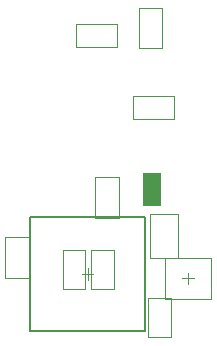
<source format=gbr>
%TF.GenerationSoftware,Altium Limited,Altium Designer,22.2.1 (43)*%
G04 Layer_Color=32768*
%FSLAX45Y45*%
%MOMM*%
%TF.SameCoordinates,D68F7B63-5BB6-472D-936E-BE577255EEBD*%
%TF.FilePolarity,Positive*%
%TF.FileFunction,Other,Mechanical_15*%
%TF.Part,Single*%
G01*
G75*
%TA.AperFunction,NonConductor*%
%ADD30C,0.10000*%
%ADD42C,0.20000*%
%ADD49C,0.05000*%
G36*
X9093213Y6921500D02*
Y7200925D01*
X8940800D01*
Y6921500D01*
X9093213D01*
D02*
G37*
D30*
X8420903Y6350000D02*
X8520902D01*
X8470900Y6300003D02*
Y6400002D01*
X9126799Y6136899D02*
Y6486901D01*
X9516801Y6136899D02*
Y6486901D01*
X9126799D02*
X9516801D01*
X9126799Y6136899D02*
X9516801D01*
X9271803Y6311900D02*
X9371802D01*
X9321800Y6261903D02*
Y6361902D01*
D42*
X7985592Y5864692D02*
X8956208D01*
X7985592D02*
Y6835313D01*
X8956208D01*
Y5864692D02*
Y6835313D01*
D49*
X8260598Y6557101D02*
X8452602D01*
Y6219099D02*
Y6557101D01*
X8260598Y6219099D02*
X8452602D01*
X8260598D02*
Y6557101D01*
X7775702Y6318402D02*
X7972298D01*
X7775702Y6660998D02*
X7972298D01*
Y6318402D02*
Y6660998D01*
X7775702Y6318402D02*
Y6660998D01*
X8718398Y8271002D02*
Y8467598D01*
X8375802Y8271002D02*
Y8467598D01*
X8718398D01*
X8375802Y8271002D02*
X8718398D01*
X8693902Y6219099D02*
Y6557101D01*
X8501898D02*
X8693902D01*
X8501898Y6219099D02*
Y6557101D01*
Y6219099D02*
X8693902D01*
X9200998Y7661402D02*
Y7857998D01*
X8858402Y7661402D02*
Y7857998D01*
X9200998D01*
X8858402Y7661402D02*
X9200998D01*
X8537702Y7168998D02*
X8734298D01*
X8537702Y6826402D02*
X8734298D01*
Y7168998D01*
X8537702Y6826402D02*
Y7168998D01*
X8908298Y8263799D02*
Y8601801D01*
X9100302D01*
Y8263799D02*
Y8601801D01*
X8908298Y8263799D02*
X9100302D01*
X8998600Y6489502D02*
X9238600D01*
Y6859499D01*
X8998600D02*
X9238600D01*
X8998600Y6489502D02*
Y6859499D01*
X8984498Y5812699D02*
X9176502D01*
Y6150701D01*
X8984498D02*
X9176502D01*
X8984498Y5812699D02*
Y6150701D01*
%TF.MD5,88a3f604c307f6e64f6e7a6d40965f65*%
M02*

</source>
